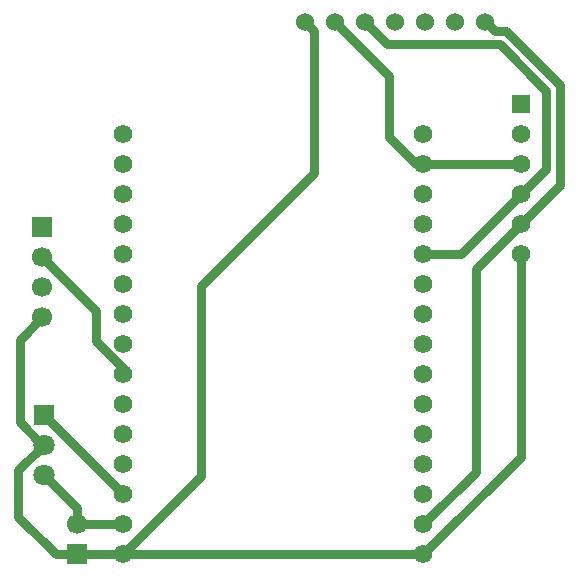
<source format=gtl>
G04 Layer: TopLayer*
G04 EasyEDA Pro v2.2.32.3, 2024-11-13 01:00:44*
G04 Gerber Generator version 0.3*
G04 Scale: 100 percent, Rotated: No, Reflected: No*
G04 Dimensions in millimeters*
G04 Leading zeros omitted, absolute positions, 3 integers and 5 decimals*
%FSLAX35Y35*%
%MOMM*%
%ADD10C,1.5748*%
%ADD11R,1.5748X1.5748*%
%ADD12C,1.524*%
%ADD13C,1.8*%
%ADD14R,1.8X1.8*%
%ADD15R,1.7X1.7*%
%ADD16C,1.7*%
%ADD17R,1.7X1.7*%
%ADD18C,0.762*%
G75*


G04 Pad Start*
G54D10*
G01X6680200Y-3555987D03*
G01X6680200Y-3301987D03*
G01X6680200Y-3047987D03*
G01X6680200Y-2793987D03*
G01X6680200Y-2539987D03*
G54D11*
G01X6680200Y-2286013D03*
G54D10*
G01X3314700Y-2540000D03*
G01X3314700Y-2794000D03*
G01X3314700Y-3048000D03*
G01X3314700Y-3302000D03*
G01X3314700Y-3556000D03*
G01X3314700Y-3810000D03*
G01X3314700Y-4064000D03*
G01X3314700Y-4318000D03*
G01X3314700Y-4572000D03*
G01X3314700Y-4826000D03*
G01X3314700Y-5080000D03*
G01X3314700Y-5334000D03*
G01X3314700Y-5588000D03*
G01X3314700Y-5842000D03*
G01X3314700Y-6096000D03*
G01X5854700Y-6096000D03*
G01X5854700Y-5842000D03*
G01X5854700Y-5588000D03*
G01X5854700Y-5334000D03*
G01X5854700Y-5080000D03*
G01X5854700Y-4826000D03*
G01X5854700Y-4572000D03*
G01X5854700Y-4318000D03*
G01X5854700Y-4064000D03*
G01X5854700Y-3810000D03*
G01X5854700Y-3556000D03*
G01X5854700Y-3302000D03*
G01X5854700Y-3048000D03*
G01X5854700Y-2794000D03*
G01X5854700Y-2540000D03*
G54D12*
G01X4852416Y-1591310D03*
G01X5106416Y-1591310D03*
G01X5360416Y-1591310D03*
G01X5614416Y-1591310D03*
G01X5868416Y-1591310D03*
G01X6122416Y-1591310D03*
G01X6376416Y-1591310D03*
G54D13*
G01X2641600Y-5422900D03*
G01X2641600Y-5168900D03*
G54D14*
G01X2641600Y-4914900D03*
G54D15*
G01X2921000Y-6096000D03*
G54D16*
G01X2921000Y-5842000D03*
G54D17*
G01X2628900Y-3327400D03*
G54D16*
G01X2628900Y-3581399D03*
G01X2628900Y-3835399D03*
G01X2628900Y-4089398D03*
G04 Pad End*

G04 Track Start*
G54D18*
G01X5854700Y-2794000D02*
G01X6680187Y-2794000D01*
G01X5854700Y-3556000D02*
G01X6172187Y-3556000D01*
G01X6680200Y-3047987D01*
G01X6680200Y-3301987D02*
G01X6299200Y-3682987D01*
G01X6299200Y-3683000D02*
G01X6299200Y-5397500D01*
G01X5854700Y-5842000D01*
G01X6680200Y-3555987D02*
G01X6680200Y-5270500D01*
G01X5854700Y-6096000D01*
G01X5106416Y-1591310D02*
G01X5562600Y-2047494D01*
G01X5562600Y-2565400D01*
G01X5791200Y-2794000D01*
G01X5854700Y-2794000D01*
G01X5360416Y-1591310D02*
G01X5547106Y-1778000D01*
G01X6502400Y-1778000D02*
G01X6896100Y-2171700D01*
G01X6896100Y-2832087D02*
G01X6680200Y-3047987D01*
G01X5547106Y-1778000D02*
G01X6502400Y-1778000D01*
G01X6896100Y-2171700D02*
G01X6896100Y-2832087D01*
G01X2921000Y-5842000D02*
G01X3314700Y-5842000D01*
G01X6389116Y-1591310D02*
G01X6465315Y-1667509D01*
G01X6557010Y-1667509D01*
G01X7010400Y-2120899D01*
G01X7010400Y-2971799D01*
G01X6692910Y-3289287D01*
G01X6376416Y-1591310D02*
G01X6389116Y-1591310D01*
G01X2921000Y-6096000D02*
G01X3314700Y-6096000D01*
G01X5854700Y-6096000D01*
G01X2628900Y-3581399D02*
G01X3086100Y-4038599D01*
G01X3086100Y-4292600D01*
G01X3314700Y-4521200D01*
G01X3314700Y-4572000D01*
G01X2641600Y-4914900D02*
G01X3314700Y-5588000D01*
G01X2628900Y-5168900D02*
G01X2641600Y-5168900D01*
G01X2438400Y-4978400D02*
G01X2628900Y-5168900D01*
G01X2628900Y-4089398D02*
G01X2438400Y-4279898D01*
G01X2438400Y-4978400D01*
G01X2743200Y-6096000D02*
G01X2921000Y-6096000D01*
G01X2425700Y-5778500D02*
G01X2743200Y-6096000D01*
G01X2641600Y-5168900D02*
G01X2425700Y-5384800D01*
G01X2425700Y-5778500D01*
G01X2921000Y-5702300D02*
G01X2921000Y-5842000D01*
G01X2641600Y-5422900D02*
G01X2921000Y-5702300D01*
G01X3975100Y-3822700D02*
G01X4928616Y-2869184D01*
G01X4928616Y-1667510D01*
G01X4852416Y-1591310D01*
G01X3314700Y-6096000D02*
G01X3975100Y-5435600D01*
G01X3975100Y-3822700D01*
G04 Track End*

M02*


</source>
